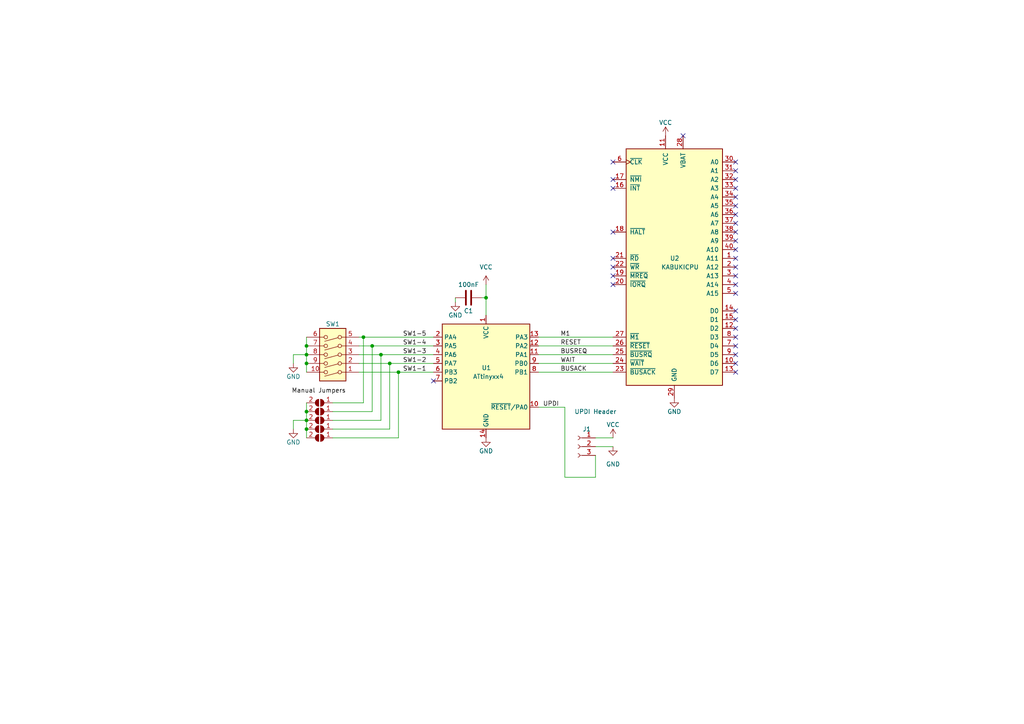
<source format=kicad_sch>
(kicad_sch (version 20211123) (generator eeschema)
  (paper "A4")
  (title_block (title "OpenKey Kabuki") (date "${REV}") (rev "${REV}"))
  (lib_symbols
    (symbol "Connector:Conn_01x03_Female" (pin_names (offset 1.016) hide)
      (property "Reference" "J" (at 0 5.08 0))
      (property "Value" "Conn_01x03_Female" (at 0 -5.08 0))
      (symbol "Conn_01x03_Female_1_1"
        (arc (start 0 -2.032) (mid -0.508 -2.54) (end 0 -3.048) (stroke (width 0.1524)))
        (polyline (pts (xy -1.27 -2.54) (xy -0.508 -2.54)) (stroke (width 0.1524)))
        (polyline (pts (xy -1.27 0) (xy -0.508 0)) (stroke (width 0.1524)))
        (polyline (pts (xy -1.27 2.54) (xy -0.508 2.54)) (stroke (width 0.1524)))
        (arc (start 0 0.508) (mid -0.508 0) (end 0 -0.508) (stroke (width 0.1524)))
        (arc (start 0 3.048) (mid -0.508 2.54) (end 0 2.032) (stroke (width 0.1524)))
        (pin passive line (at -5.08 2.54 0) (length 3.81) (name "Pin_1") (number "1"))
        (pin passive line (at -5.08 0 0) (length 3.81) (name "Pin_2") (number "2"))
        (pin passive line (at -5.08 -2.54 0) (length 3.81) (name "Pin_3") (number "3"))
      )
    )
    (symbol "Device:C" (pin_numbers hide) (pin_names (offset 0.254))
      (property "Reference" "C" (at 0.635 2.54 0))
      (property "Value" "C" (at 0.635 -2.54 0))
      (symbol "C_0_1"
        (polyline (pts (xy -2.032 -0.762) (xy 2.032 -0.762)) (stroke (width 0.508)))
        (polyline (pts (xy -2.032 0.762) (xy 2.032 0.762)) (stroke (width 0.508)))
      )
      (symbol "C_1_1"
        (pin passive line (at 0 3.81 270) (length 2.794) (name "~") (number "1"))
        (pin passive line (at 0 -3.81 90) (length 2.794) (name "~") (number "2"))
      )
    )
    (symbol "Jumper:SolderJumper_2_Open" (pin_names (offset 0) hide)
      (property "Reference" "JP" (at 0 2.032 0))
      (property "Value" "SolderJumper_2_Open" (at 0 -2.54 0))
      (symbol "SolderJumper_2_Open_0_1"
        (arc (start -0.254 1.016) (mid -1.27 0) (end -0.254 -1.016))
        (arc (start -0.254 1.016) (mid -1.27 0) (end -0.254 -1.016) (fill (type outline)))
        (polyline (pts (xy -0.254 1.016) (xy -0.254 -1.016)))
        (polyline (pts (xy 0.254 1.016) (xy 0.254 -1.016)))
        (arc (start 0.254 -1.016) (mid 1.27 0) (end 0.254 1.016))
        (arc (start 0.254 -1.016) (mid 1.27 0) (end 0.254 1.016) (fill (type outline)))
      )
      (symbol "SolderJumper_2_Open_1_1"
        (pin passive line (at -3.81 0 0) (length 2.54) (name "A") (number "1"))
        (pin passive line (at 3.81 0 180) (length 2.54) (name "B") (number "2"))
      )
    )
    (symbol "Switch:SW_DIP_x05" (pin_names (offset 0) hide)
      (property "Reference" "SW" (at 0 8.89 0))
      (property "Value" "SW_DIP_x05" (at 0 -8.89 0))
      (symbol "SW_DIP_x05_0_0"
        (circle (center -2.032 -5.08) (radius 0.508))
        (circle (center -2.032 -2.54) (radius 0.508))
        (circle (center -2.032 0) (radius 0.508))
        (circle (center -2.032 2.54) (radius 0.508))
        (circle (center -2.032 5.08) (radius 0.508))
        (polyline (pts (xy -1.524 -4.9276) (xy 2.3622 -3.8862)))
        (polyline (pts (xy -1.524 -2.3876) (xy 2.3622 -1.3462)))
        (polyline (pts (xy -1.524 0.127) (xy 2.3622 1.1684)))
        (polyline (pts (xy -1.524 2.667) (xy 2.3622 3.7084)))
        (polyline (pts (xy -1.524 5.207) (xy 2.3622 6.2484)))
        (circle (center 2.032 -5.08) (radius 0.508))
        (circle (center 2.032 -2.54) (radius 0.508))
        (circle (center 2.032 0) (radius 0.508))
        (circle (center 2.032 2.54) (radius 0.508))
        (circle (center 2.032 5.08) (radius 0.508))
      )
      (symbol "SW_DIP_x05_0_1"
        (rectangle (start -3.81 7.62) (end 3.81 -7.62) (stroke (width 0.254)) (fill (type background)))
      )
      (symbol "SW_DIP_x05_1_1"
        (pin passive line (at -7.62 5.08 0) (length 5.08) (name "~") (number "1"))
        (pin passive line (at 7.62 5.08 180) (length 5.08) (name "~") (number "10"))
        (pin passive line (at -7.62 2.54 0) (length 5.08) (name "~") (number "2"))
        (pin passive line (at -7.62 0 0) (length 5.08) (name "~") (number "3"))
        (pin passive line (at -7.62 -2.54 0) (length 5.08) (name "~") (number "4"))
        (pin passive line (at -7.62 -5.08 0) (length 5.08) (name "~") (number "5"))
        (pin passive line (at 7.62 -5.08 180) (length 5.08) (name "~") (number "6"))
        (pin passive line (at 7.62 -2.54 180) (length 5.08) (name "~") (number "7"))
        (pin passive line (at 7.62 0 180) (length 5.08) (name "~") (number "8"))
        (pin passive line (at 7.62 2.54 180) (length 5.08) (name "~") (number "9"))
      )
    )
    (symbol "openkey:ATtiny4x4"
      (property "Reference" "U" (at -12.7 16.51 0))
      (property "Value" "ATtiny4x4" (at 2.54 -16.51 0))
      (symbol "ATtiny4x4_0_1"
        (rectangle (start -12.7 -15.24) (end 12.7 15.24) (stroke (width 0.254)) (fill (type background)))
      )
      (symbol "ATtiny4x4_1_1"
        (pin power_in line (at 0 17.78 270) (length 2.54) (name "VCC") (number "1"))
        (pin bidirectional line (at 15.24 -8.89 180) (length 2.54) (name "~{RESET}/PA0") (number "10"))
        (pin bidirectional line (at 15.24 6.35 180) (length 2.54) (name "PA1") (number "11"))
        (pin bidirectional line (at 15.24 8.89 180) (length 2.54) (name "PA2") (number "12"))
        (pin bidirectional line (at 15.24 11.43 180) (length 2.54) (name "PA3") (number "13"))
        (pin power_in line (at 0 -17.78 90) (length 2.54) (name "GND") (number "14"))
        (pin bidirectional line (at -15.24 11.43 0) (length 2.54) (name "PA4") (number "2"))
        (pin bidirectional line (at -15.24 8.89 0) (length 2.54) (name "PA5") (number "3"))
        (pin bidirectional line (at -15.24 6.35 0) (length 2.54) (name "PA6") (number "4"))
        (pin bidirectional line (at -15.24 3.81 0) (length 2.54) (name "PA7") (number "5"))
        (pin bidirectional line (at -15.24 1.27 0) (length 2.54) (name "PB3") (number "6"))
        (pin bidirectional line (at -15.24 -1.27 0) (length 2.54) (name "PB2") (number "7"))
        (pin bidirectional line (at 15.24 1.27 180) (length 2.54) (name "PB1") (number "8"))
        (pin bidirectional line (at 15.24 3.81 180) (length 2.54) (name "PB0") (number "9"))
      )
    )
    (symbol "openkey:KABUKICPU" (pin_names (offset 1.016))
      (property "Reference" "U" (at -13.97 35.56 0))
      (property "Value" "KABUKICPU" (at 6.35 35.56 0))
      (symbol "KABUKICPU_0_1"
        (rectangle (start -13.97 34.29) (end 13.97 -34.29) (stroke (width 0.254)) (fill (type background)))
      )
      (symbol "KABUKICPU_1_1"
        (pin output line (at 17.78 2.54 180) (length 3.81) (name "A11") (number "1"))
        (pin bidirectional line (at 17.78 -27.94 180) (length 3.81) (name "D6") (number "10"))
        (pin power_in line (at -2.54 38.1 270) (length 3.81) (name "VCC") (number "11"))
        (pin bidirectional line (at 17.78 -17.78 180) (length 3.81) (name "D2") (number "12"))
        (pin bidirectional line (at 17.78 -30.48 180) (length 3.81) (name "D7") (number "13"))
        (pin bidirectional line (at 17.78 -12.7 180) (length 3.81) (name "D0") (number "14"))
        (pin bidirectional line (at 17.78 -15.24 180) (length 3.81) (name "D1") (number "15"))
        (pin input line (at -17.78 22.86 0) (length 3.81) (name "~{INT}") (number "16"))
        (pin input line (at -17.78 25.4 0) (length 3.81) (name "~{NMI}") (number "17"))
        (pin output line (at -17.78 10.16 0) (length 3.81) (name "~{HALT}") (number "18"))
        (pin output line (at -17.78 -2.54 0) (length 3.81) (name "~{MREQ}") (number "19"))
        (pin output line (at 17.78 0 180) (length 3.81) (name "A12") (number "2"))
        (pin output line (at -17.78 -5.08 0) (length 3.81) (name "~{IORQ}") (number "20"))
        (pin output line (at -17.78 2.54 0) (length 3.81) (name "~{RD}") (number "21"))
        (pin output line (at -17.78 0 0) (length 3.81) (name "~{WR}") (number "22"))
        (pin output line (at -17.78 -30.48 0) (length 3.81) (name "~{BUSACK}") (number "23"))
        (pin input line (at -17.78 -27.94 0) (length 3.81) (name "~{WAIT}") (number "24"))
        (pin input line (at -17.78 -25.4 0) (length 3.81) (name "~{BUSRQ}") (number "25"))
        (pin input line (at -17.78 -22.86 0) (length 3.81) (name "~{RESET}") (number "26"))
        (pin output line (at -17.78 -20.32 0) (length 3.81) (name "~{M1}") (number "27"))
        (pin power_in line (at 2.54 38.1 270) (length 3.81) (name "VBAT") (number "28"))
        (pin power_in line (at 0 -38.1 90) (length 3.81) (name "GND") (number "29"))
        (pin output line (at 17.78 -2.54 180) (length 3.81) (name "A13") (number "3"))
        (pin output line (at 17.78 30.48 180) (length 3.81) (name "A0") (number "30"))
        (pin output line (at 17.78 27.94 180) (length 3.81) (name "A1") (number "31"))
        (pin output line (at 17.78 25.4 180) (length 3.81) (name "A2") (number "32"))
        (pin output line (at 17.78 22.86 180) (length 3.81) (name "A3") (number "33"))
        (pin output line (at 17.78 20.32 180) (length 3.81) (name "A4") (number "34"))
        (pin output line (at 17.78 17.78 180) (length 3.81) (name "A5") (number "35"))
        (pin output line (at 17.78 15.24 180) (length 3.81) (name "A6") (number "36"))
        (pin output line (at 17.78 12.7 180) (length 3.81) (name "A7") (number "37"))
        (pin output line (at 17.78 10.16 180) (length 3.81) (name "A8") (number "38"))
        (pin output line (at 17.78 7.62 180) (length 3.81) (name "A9") (number "39"))
        (pin output line (at 17.78 -5.08 180) (length 3.81) (name "A14") (number "4"))
        (pin output line (at 17.78 5.08 180) (length 3.81) (name "A10") (number "40"))
        (pin output line (at 17.78 -7.62 180) (length 3.81) (name "A15") (number "5"))
        (pin input clock (at -17.78 30.48 0) (length 3.81) (name "~{CLK}") (number "6"))
        (pin bidirectional line (at 17.78 -22.86 180) (length 3.81) (name "D4") (number "7"))
        (pin bidirectional line (at 17.78 -20.32 180) (length 3.81) (name "D3") (number "8"))
        (pin bidirectional line (at 17.78 -25.4 180) (length 3.81) (name "D5") (number "9"))
      )
    )
    (symbol "power:GND" (power) (pin_names (offset 0))
      (property "Value" "GND" (at 0 -3.81 0))
      (symbol "GND_0_1"
        (polyline (pts (xy 0 0) (xy 0 -1.27) (xy 1.27 -1.27) (xy 0 -2.54) (xy -1.27 -1.27) (xy 0 -1.27)))
      )
      (symbol "GND_1_1"
        (pin power_in line (at 0 0 270) (length 0) hide (name "GND") (number "1"))
      )
    )
    (symbol "power:VCC" (power) (pin_names (offset 0))
      (property "Value" "VCC" (at 0 3.81 0))
      (symbol "VCC_0_1"
        (polyline (pts (xy -0.762 1.27) (xy 0 2.54)))
        (polyline (pts (xy 0 0) (xy 0 2.54)))
        (polyline (pts (xy 0 2.54) (xy 0.762 1.27)))
      )
      (symbol "VCC_1_1"
        (pin power_in line (at 0 0 90) (length 0) hide (name "VCC") (number "1"))
      )
    )
  )
  (junction (at 88.9 121.92))
  (junction (at 88.9 119.38))
  (junction (at 88.9 105.41))
  (junction (at 88.9 100.33))
  (junction (at 110.49 102.87))
  (junction (at 88.9 102.87))
  (junction (at 88.9 124.46))
  (junction (at 107.95 100.33))
  (junction (at 115.57 107.95))
  (junction (at 113.03 105.41))
  (junction (at 140.97 86.36))
  (junction (at 105.41 97.79))
  (no_connect (at 177.8 77.47))
  (no_connect (at 177.8 82.55))
  (no_connect (at 177.8 52.07))
  (no_connect (at 177.8 46.99))
  (no_connect (at 177.8 67.31))
  (no_connect (at 198.12 39.37))
  (no_connect (at 177.8 80.01))
  (no_connect (at 125.73 110.49))
  (no_connect (at 177.8 74.93))
  (no_connect (at 177.8 54.61))
  (no_connect (at 213.36 54.61))
  (no_connect (at 213.36 102.87))
  (no_connect (at 213.36 105.41))
  (no_connect (at 213.36 107.95))
  (no_connect (at 213.36 46.99))
  (no_connect (at 213.36 49.53))
  (no_connect (at 213.36 52.07))
  (no_connect (at 213.36 57.15))
  (no_connect (at 213.36 59.69))
  (no_connect (at 213.36 62.23))
  (no_connect (at 213.36 64.77))
  (no_connect (at 213.36 67.31))
  (no_connect (at 213.36 72.39))
  (no_connect (at 213.36 69.85))
  (no_connect (at 213.36 74.93))
  (no_connect (at 213.36 77.47))
  (no_connect (at 213.36 80.01))
  (no_connect (at 213.36 82.55))
  (no_connect (at 213.36 85.09))
  (no_connect (at 213.36 90.17))
  (no_connect (at 213.36 92.71))
  (no_connect (at 213.36 95.25))
  (no_connect (at 213.36 97.79))
  (no_connect (at 213.36 100.33))
  (wire (pts (xy 172.72 127) (xy 177.8 127)))
  (wire (pts (xy 163.83 138.43) (xy 172.72 138.43)))
  (wire (pts (xy 88.9 102.87) (xy 85.09 102.87)))
  (wire (pts (xy 156.21 102.87) (xy 177.8 102.87)))
  (wire (pts (xy 104.14 97.79) (xy 105.41 97.79)))
  (wire (pts (xy 85.09 102.87) (xy 85.09 105.41)))
  (wire (pts (xy 156.21 97.79) (xy 177.8 97.79)))
  (wire (pts (xy 96.52 127) (xy 115.57 127)))
  (wire (pts (xy 107.95 100.33) (xy 125.73 100.33)))
  (wire (pts (xy 139.7 86.36) (xy 140.97 86.36)))
  (wire (pts (xy 96.52 119.38) (xy 107.95 119.38)))
  (wire (pts (xy 105.41 116.84) (xy 105.41 97.79)))
  (wire (pts (xy 96.52 121.92) (xy 110.49 121.92)))
  (wire (pts (xy 88.9 119.38) (xy 88.9 116.84)))
  (wire (pts (xy 85.09 121.92) (xy 88.9 121.92)))
  (wire (pts (xy 140.97 86.36) (xy 140.97 91.44)))
  (wire (pts (xy 105.41 97.79) (xy 125.73 97.79)))
  (wire (pts (xy 88.9 107.95) (xy 88.9 105.41)))
  (wire (pts (xy 163.83 118.11) (xy 163.83 138.43)))
  (wire (pts (xy 113.03 124.46) (xy 113.03 105.41)))
  (wire (pts (xy 156.21 107.95) (xy 177.8 107.95)))
  (wire (pts (xy 113.03 105.41) (xy 125.73 105.41)))
  (wire (pts (xy 96.52 124.46) (xy 113.03 124.46)))
  (wire (pts (xy 104.14 105.41) (xy 113.03 105.41)))
  (wire (pts (xy 115.57 127) (xy 115.57 107.95)))
  (wire (pts (xy 156.21 100.33) (xy 177.8 100.33)))
  (wire (pts (xy 88.9 105.41) (xy 88.9 102.87)))
  (wire (pts (xy 88.9 102.87) (xy 88.9 100.33)))
  (wire (pts (xy 172.72 129.54) (xy 177.8 129.54)))
  (wire (pts (xy 88.9 121.92) (xy 88.9 124.46)))
  (wire (pts (xy 156.21 118.11) (xy 163.83 118.11)))
  (wire (pts (xy 110.49 121.92) (xy 110.49 102.87)))
  (wire (pts (xy 88.9 100.33) (xy 88.9 97.79)))
  (wire (pts (xy 85.09 124.46) (xy 85.09 121.92)))
  (wire (pts (xy 172.72 132.08) (xy 172.72 138.43)))
  (wire (pts (xy 88.9 127) (xy 88.9 124.46)))
  (wire (pts (xy 104.14 100.33) (xy 107.95 100.33)))
  (wire (pts (xy 96.52 116.84) (xy 105.41 116.84)))
  (wire (pts (xy 132.08 86.36) (xy 132.08 87.63)))
  (wire (pts (xy 104.14 102.87) (xy 110.49 102.87)))
  (wire (pts (xy 140.97 82.55) (xy 140.97 86.36)))
  (wire (pts (xy 115.57 107.95) (xy 125.73 107.95)))
  (wire (pts (xy 110.49 102.87) (xy 125.73 102.87)))
  (wire (pts (xy 156.21 105.41) (xy 177.8 105.41)))
  (wire (pts (xy 88.9 121.92) (xy 88.9 119.38)))
  (wire (pts (xy 107.95 119.38) (xy 107.95 100.33)))
  (wire (pts (xy 104.14 107.95) (xy 115.57 107.95)))
  (label "BUSREQ" (at 162.56 102.87 0))
  (label "BUSACK" (at 162.56 107.95 0))
  (label "UPDI" (at 157.48 118.11 0))
  (label "RESET" (at 162.56 100.33 0))
  (label "SW1-1" (at 116.84 107.95 0))
  (label "SW1-2" (at 116.84 105.41 0))
  (label "SW1-3" (at 116.84 102.87 0))
  (label "M1" (at 162.56 97.79 0))
  (label "Manual Jumpers" (at 100.33 114.3 180))
  (label "SW1-5" (at 116.84 97.79 0))
  (label "SW1-4" (at 116.84 100.33 0))
  (label "WAIT" (at 162.56 105.41 0))
  (symbol (lib_id "power:VCC") (at 193.04 39.37 0) (unit 1)
    (property "Reference" "#PWR0101" (effects hide))
    (property "Value" "VCC" (at 193.04 35.56 0))
  )
  (symbol (lib_id "power:GND") (at 85.09 124.46 0) (unit 1)
    (property "Reference" "#PWR0104" (effects hide))
    (property "Value" "GND" (at 85.09 128.27 0))
  )
  (symbol (lib_id "power:GND") (at 195.58 115.57 0) (unit 1)
    (property "Reference" "#PWR0102" (effects hide))
    (property "Value" "GND" (at 195.58 119.38 0))
  )
  (symbol (lib_id "power:VCC") (at 140.97 82.55 0) (unit 1)
    (property "Reference" "#PWR0106" (effects hide))
    (property "Value" "VCC" (at 140.97 77.47 0))
  )
  (symbol (lib_id "power:VCC") (at 177.8 127 0) (unit 1)
    (property "Reference" "#PWR0108" (effects hide))
    (property "Value" "VCC" (at 177.8 123.19 0))
  )
  (symbol (lib_id "power:GND") (at 177.8 129.54 0) (unit 1)
    (property "Reference" "#PWR0109" (effects hide))
    (property "Value" "GND" (at 177.8 134.62 0))
  )
  (symbol (lib_id "power:GND") (at 85.09 105.41 0) (unit 1)
    (property "Reference" "#PWR0103" (effects hide))
    (property "Value" "GND" (at 85.0901 109.22 0))
  )
  (symbol (lib_id "openkey:ATtiny4x4") (at 140.97 109.22 0) (unit 1)
    (property "Reference" "U1" (at 139.7 106.68 0) (effects (justify left)))
    (property "Value" "ATtinyxx4" (at 137.16 109.22 0) (effects (justify left)))
    (property "Footprint" "openkey:SOIC-14_3.9x8.7mm_P1.27mm" (effects hide))
    (property "Datasheet" "http://ww1.microchip.com/downloads/en/DeviceDoc/50002687A.pdf" (effects hide))
  )
  (symbol (lib_id "power:GND") (at 140.97 127 0) (unit 1)
    (property "Reference" "#PWR0105" (effects hide))
    (property "Value" "GND" (at 140.97 130.81 0))
  )
  (symbol (lib_id "openkey:KABUKICPU") (at 195.58 77.47 0) (unit 1)
    (property "Reference" "U2" (at 194.31 74.93 0) (effects (justify left)))
    (property "Value" "KABUKICPU" (at 191.77 77.47 0) (effects (justify left)))
    (property "Footprint" "openkey:DIP-40_W15.24mm_Socket_Wide_Holes" (effects hide))
    (property "Datasheet" "www.zilog.com/manage_directlink.php?filepath=docs/z80/um0080" (effects hide))
  )
  (symbol (lib_id "Jumper:SolderJumper_2_Open") (at 92.71 116.84 180) (unit 1)
    (property "Reference" "JP5" (effects hide))
    (property "Value" "SolderJumper_2_Open" (effects hide))
    (property "Footprint" "openkey:SolderJumper-2_P1.3mm_Open_Pad1.0x0.6mm" (effects hide))
  )
  (symbol (lib_id "Switch:SW_DIP_x05") (at 96.52 102.87 180) (unit 1)
    (property "Reference" "SW1" (at 96.52 93.98 0))
    (property "Value" "Wurth Elektronik 416131160805" (effects hide))
    (property "Footprint" "openkey:SW_DIP_SPSTx05_Slide_Wurth_416131160805_W7.62mm_P1.27mm" (effects hide))
    (property "Datasheet" "https://www.we-online.com/katalog/datasheet/4161311608xx.pdf" (effects hide))
  )
  (symbol (lib_id "Jumper:SolderJumper_2_Open") (at 92.71 124.46 180) (unit 1)
    (property "Reference" "JP2" (effects hide))
    (property "Value" "SolderJumper_2_Open" (effects hide))
    (property "Footprint" "openkey:SolderJumper-2_P1.3mm_Open_Pad1.0x0.6mm" (effects hide))
  )
  (symbol (lib_id "Connector:Conn_01x03_Female") (at 167.64 129.54 0) (mirror y) (unit 1)
    (property "Reference" "J1" (at 170.18 124.46 0))
    (property "Value" "UPDI Header" (at 172.72 119.38 0))
    (property "Footprint" "openkey:PinHeader_1x03_P2.54mm_Vertical" (effects hide))
  )
  (symbol (lib_id "Jumper:SolderJumper_2_Open") (at 92.71 127 180) (unit 1)
    (property "Reference" "JP1" (effects hide))
    (property "Value" "SolderJumper_2_Open" (effects hide))
    (property "Footprint" "openkey:SolderJumper-2_P1.3mm_Open_Pad1.0x0.6mm" (effects hide))
  )
  (symbol (lib_id "power:GND") (at 132.08 87.63 0) (unit 1)
    (property "Reference" "#PWR0107" (effects hide))
    (property "Value" "GND" (at 132.08 91.44 0))
  )
  (symbol (lib_id "Device:C") (at 135.89 86.36 270) (unit 1)
    (property "Reference" "C1" (at 135.89 90.17 90))
    (property "Value" "100nF" (at 135.89 82.55 90))
    (property "Footprint" "openkey:C_0805_2012Metric_Pad1.18x1.45mm_HandSolder" (effects hide))
  )
  (symbol (lib_id "Jumper:SolderJumper_2_Open") (at 92.71 119.38 180) (unit 1)
    (property "Reference" "JP4" (effects hide))
    (property "Value" "SolderJumper_2_Open" (effects hide))
    (property "Footprint" "openkey:SolderJumper-2_P1.3mm_Open_Pad1.0x0.6mm" (effects hide))
  )
  (symbol (lib_id "Jumper:SolderJumper_2_Open") (at 92.71 121.92 180) (unit 1)
    (property "Reference" "JP3" (effects hide))
    (property "Value" "SolderJumper_2_Open" (effects hide))
    (property "Footprint" "openkey:SolderJumper-2_P1.3mm_Open_Pad1.0x0.6mm" (effects hide))
  )
)
</source>
